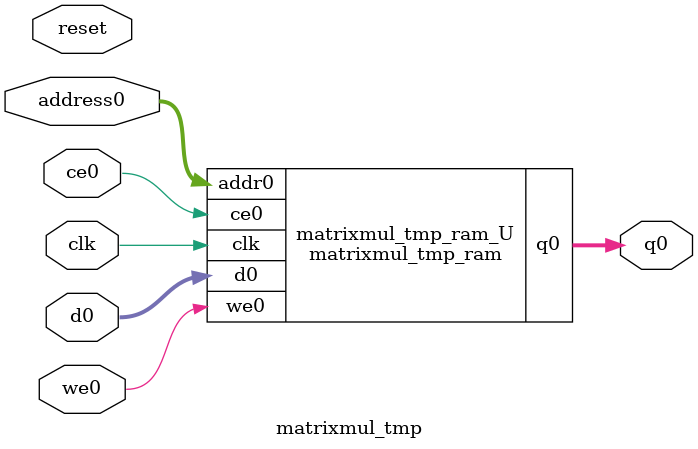
<source format=v>

`timescale 1 ns / 1 ps
module matrixmul_tmp_ram (addr0, ce0, d0, we0, q0,  clk);

parameter DWIDTH = 32;
parameter AWIDTH = 10;
parameter MEM_SIZE = 1024;

input[AWIDTH-1:0] addr0;
input ce0;
input[DWIDTH-1:0] d0;
input we0;
output reg[DWIDTH-1:0] q0;
input clk;

(* ram_style = "block" *)reg [DWIDTH-1:0] ram[0:MEM_SIZE-1];




always @(posedge clk)  
begin 
    if (ce0) 
    begin
        if (we0) 
        begin 
            ram[addr0] <= d0; 
            q0 <= d0;
        end 
        else 
            q0 <= ram[addr0];
    end
end


endmodule


`timescale 1 ns / 1 ps
module matrixmul_tmp(
    reset,
    clk,
    address0,
    ce0,
    we0,
    d0,
    q0);

parameter DataWidth = 32'd32;
parameter AddressRange = 32'd1024;
parameter AddressWidth = 32'd10;
input reset;
input clk;
input[AddressWidth - 1:0] address0;
input ce0;
input we0;
input[DataWidth - 1:0] d0;
output[DataWidth - 1:0] q0;



matrixmul_tmp_ram matrixmul_tmp_ram_U(
    .clk( clk ),
    .addr0( address0 ),
    .ce0( ce0 ),
    .we0( we0 ),
    .d0( d0 ),
    .q0( q0 ));

endmodule


</source>
